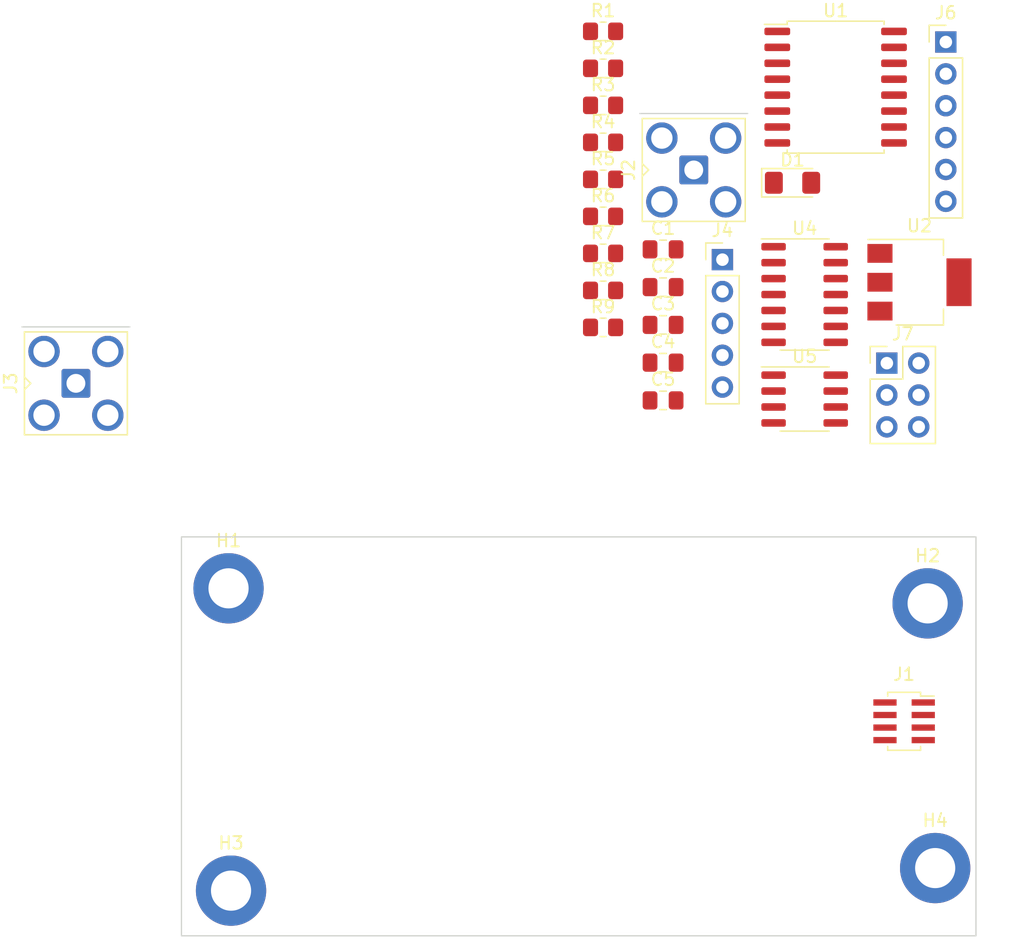
<source format=kicad_pcb>
(kicad_pcb (version 20221018) (generator pcbnew)
  (title_block (title "Sawtooth Compensator") (date "2024-02-17") (rev "0"))
  (layers (0 "F.Cu" signal) (1 "In1.Cu" signal) (2 "In2.Cu" signal) (31 "B.Cu" signal) (34 "B.Paste" user) (35 "F.Paste" user) (36 "B.SilkS" user "B.Silkscreen") (37 "F.SilkS" user "F.Silkscreen") (38 "B.Mask" user) (39 "F.Mask" user) (44 "Edge.Cuts" user))
  (net 0 "")
  (net 1 "+3.3V")
  (net 2 "GND")
  (net 3 "VBUS")
  (net 4 "/LED")
  (net 5 "/LED_R")
  (net 6 "FROM_GPS_DATA")
  (net 8 "TO_GPS_DATA")
  (net 9 "/PPS_IN")
  (net 11 "Net-(J2-In)")
  (net 12 "/AT_TXD")
  (net 13 "MOSI")
  (net 14 "SCK")
  (net 16 "SS")
  (net 17 "/AT_RXD")
  (net 18 "Net-(R5-Pad2)")
  (net 19 "Net-(J3-In)")
  (net 20 "PPS_RAW")
  (net 21 "Net-(U1-S)")
  (net 22 "Net-(U1-IN)")
  (net 31 "Net-(U1-OUT)")
  (net 32 "Net-(U4-Pad12)")
  (footprint "Resistor_SMD:R_0805_2012Metric_Pad1.20x1.40mm_HandSolder" (layer "F.Cu") (at 143.14 50.35)
    (fp_text reference "R2" (at 0 -1.65) (layer "F.SilkS"))
    (fp_text value "0")
    (fp_line (start -0.227064 -0.735) (end 0.227064 -0.735) (stroke (width 0.12)) (layer "F.SilkS"))
    (fp_line (start -0.227064 0.735) (end 0.227064 0.735) (stroke (width 0.12)) (layer "F.SilkS"))
    (pad "1" smd roundrect (at -1 0) (size 1.2 1.4) (layers "F.Cu" "F.Paste" "F.Mask") (roundrect_rratio 0.208333) (net 8 "TO_GPS_DATA"))
    (pad "2" smd roundrect (at 1 0) (size 1.2 1.4) (layers "F.Cu" "F.Paste" "F.Mask") (roundrect_rratio 0.208333) (net 17 "/AT_RXD"))
  )
  (footprint "Capacitor_SMD:C_0805_2012Metric_Pad1.18x1.45mm_HandSolder" (layer "F.Cu") (at 147.92 76.82)
    (fp_text reference "C5" (at 0 -1.68) (layer "F.SilkS"))
    (fp_text value "1u")
    (fp_line (start -0.261252 -0.735) (end 0.261252 -0.735) (stroke (width 0.12)) (layer "F.SilkS"))
    (fp_line (start -0.261252 0.735) (end 0.261252 0.735) (stroke (width 0.12)) (layer "F.SilkS"))
    (pad "1" smd roundrect (at -1.0375 0) (size 1.175 1.45) (layers "F.Cu" "F.Paste" "F.Mask") (roundrect_rratio 0.212766) (net 3 "VBUS"))
    (pad "2" smd roundrect (at 1.0375 0) (size 1.175 1.45) (layers "F.Cu" "F.Paste" "F.Mask") (roundrect_rratio 0.212766) (net 2 "GND"))
  )
  (footprint "Capacitor_SMD:C_0805_2012Metric_Pad1.18x1.45mm_HandSolder" (layer "F.Cu") (at 147.92 67.79)
    (fp_text reference "C2" (at 0 -1.68) (layer "F.SilkS"))
    (fp_text value "1u")
    (fp_line (start -0.261252 -0.735) (end 0.261252 -0.735) (stroke (width 0.12)) (layer "F.SilkS"))
    (fp_line (start -0.261252 0.735) (end 0.261252 0.735) (stroke (width 0.12)) (layer "F.SilkS"))
    (pad "1" smd roundrect (at -1.0375 0) (size 1.175 1.45) (layers "F.Cu" "F.Paste" "F.Mask") (roundrect_rratio 0.212766) (net 3 "VBUS"))
    (pad "2" smd roundrect (at 1.0375 0) (size 1.175 1.45) (layers "F.Cu" "F.Paste" "F.Mask") (roundrect_rratio 0.212766) (net 2 "GND"))
  )
  (footprint "Resistor_SMD:R_0805_2012Metric_Pad1.20x1.40mm_HandSolder" (layer "F.Cu") (at 143.14 56.25)
    (fp_text reference "R4" (at 0 -1.65) (layer "F.SilkS"))
    (fp_text value "330")
    (fp_line (start -0.227064 -0.735) (end 0.227064 -0.735) (stroke (width 0.12)) (layer "F.SilkS"))
    (fp_line (start -0.227064 0.735) (end 0.227064 0.735) (stroke (width 0.12)) (layer "F.SilkS"))
    (pad "1" smd roundrect (at -1 0) (size 1.2 1.4) (layers "F.Cu" "F.Paste" "F.Mask") (roundrect_rratio 0.208333) (net 5 "/LED_R"))
    (pad "2" smd roundrect (at 1 0) (size 1.2 1.4) (layers "F.Cu" "F.Paste" "F.Mask") (roundrect_rratio 0.208333) (net 1 "+3.3V"))
  )
  (footprint "Resistor_SMD:R_0805_2012Metric_Pad1.20x1.40mm_HandSolder" (layer "F.Cu") (at 143.14 53.3)
    (fp_text reference "R3" (at 0 -1.65) (layer "F.SilkS"))
    (fp_text value "4.7K")
    (fp_line (start -0.227064 -0.735) (end 0.227064 -0.735) (stroke (width 0.12)) (layer "F.SilkS"))
    (fp_line (start -0.227064 0.735) (end 0.227064 0.735) (stroke (width 0.12)) (layer "F.SilkS"))
    (pad "1" smd roundrect (at -1 0) (size 1.2 1.4) (layers "F.Cu" "F.Paste" "F.Mask") (roundrect_rratio 0.208333) (net 16 "SS"))
    (pad "2" smd roundrect (at 1 0) (size 1.2 1.4) (layers "F.Cu" "F.Paste" "F.Mask") (roundrect_rratio 0.208333) (net 1 "+3.3V"))
  )
  (footprint "Package_SO:SOIC-16W_7.5x10.3mm_P1.27mm" (layer "F.Cu") (at 161.67 51.85)
    (fp_text reference "U1" (at 0 -6.1) (layer "F.SilkS"))
    (fp_text value "DS1020")
    (fp_line (start -3.86 -5.26) (end -3.86 -5.005) (stroke (width 0.12)) (layer "F.SilkS"))
    (fp_line (start -3.86 -5.005) (end -5.675 -5.005) (stroke (width 0.12)) (layer "F.SilkS"))
    (fp_line (start -3.86 5.26) (end -3.86 5.005) (stroke (width 0.12)) (layer "F.SilkS"))
    (fp_line (start 0 -5.26) (end -3.86 -5.26) (stroke (width 0.12)) (layer "F.SilkS"))
    (fp_line (start 0 -5.26) (end 3.86 -5.26) (stroke (width 0.12)) (layer "F.SilkS"))
    (fp_line (start 0 5.26) (end -3.86 5.26) (stroke (width 0.12)) (layer "F.SilkS"))
    (fp_line (start 0 5.26) (end 3.86 5.26) (stroke (width 0.12)) (layer "F.SilkS"))
    (fp_line (start 3.86 -5.26) (end 3.86 -5.005) (stroke (width 0.12)) (layer "F.SilkS"))
    (fp_line (start 3.86 5.26) (end 3.86 5.005) (stroke (width 0.12)) (layer "F.SilkS"))
    (pad "1" smd roundrect (at -4.65 -4.445) (size 2.05 0.6) (layers "F.Cu" "F.Paste" "F.Mask") (net 22 "Net-(U1-IN)"))
    (pad "2" smd roundrect (at -4.65 -3.175) (size 2.05 0.6) (layers "F.Cu" "F.Paste" "F.Mask") (net 16 "SS"))
    (pad "3" smd roundrect (at -4.65 -1.905) (size 2.05 0.6) (layers "F.Cu" "F.Paste" "F.Mask"))
    (pad "4" smd roundrect (at -4.65 -0.635) (size 2.05 0.6) (layers "F.Cu" "F.Paste" "F.Mask"))
    (pad "5" smd roundrect (at -4.65 0.635) (size 2.05 0.6) (layers "F.Cu" "F.Paste" "F.Mask"))
    (pad "6" smd roundrect (at -4.65 1.905) (size 2.05 0.6) (layers "F.Cu" "F.Paste" "F.Mask"))
    (pad "7" smd roundrect (at -4.65 3.175) (size 2.05 0.6) (layers "F.Cu" "F.Paste" "F.Mask"))
    (pad "8" smd roundrect (at -4.65 4.445) (size 2.05 0.6) (layers "F.Cu" "F.Paste" "F.Mask") (net 2 "GND"))
    (pad "9" smd roundrect (at 4.65 4.445) (size 2.05 0.6) (layers "F.Cu" "F.Paste" "F.Mask") (net 13 "MOSI"))
    (pad "10" smd roundrect (at 4.65 3.175) (size 2.05 0.6) (layers "F.Cu" "F.Paste" "F.Mask"))
    (pad "11" smd roundrect (at 4.65 1.905) (size 2.05 0.6) (layers "F.Cu" "F.Paste" "F.Mask") (net 14 "SCK"))
    (pad "12" smd roundrect (at 4.65 0.635) (size 2.05 0.6) (layers "F.Cu" "F.Paste" "F.Mask"))
    (pad "13" smd roundrect (at 4.65 -0.635) (size 2.05 0.6) (layers "F.Cu" "F.Paste" "F.Mask"))
    (pad "14" smd roundrect (at 4.65 -1.905) (size 2.05 0.6) (layers "F.Cu" "F.Paste" "F.Mask") (net 21 "Net-(U1-S)"))
    (pad "15" smd roundrect (at 4.65 -3.175) (size 2.05 0.6) (layers "F.Cu" "F.Paste" "F.Mask") (net 31 "Net-(U1-OUT)"))
    (pad "16" smd roundrect (at 4.65 -4.445) (size 2.05 0.6) (layers "F.Cu" "F.Paste" "F.Mask") (net 3 "VBUS"))
  )
  (footprint "MountingHole:MountingHole_3.2mm_M3_DIN965_Pad_TopBottom" (layer "F.Cu") (at 169 93)
    (fp_text reference "H2" (at 0 -3.8) (layer "F.SilkS"))
    (fp_text value "MountingHole_Pad")
    (pad "1" thru_hole circle (at 0 0) (size 3.6 3.6) (drill 3.2) (layers "*.Cu" "*.Mask") (net 2 "GND"))
    (pad "1" connect circle (at 0 0) (size 5.6 5.6) (layers "F.Cu" "F.Mask") (net 2 "GND"))
    (pad "1" connect circle (at 0 0) (size 5.6 5.6) (layers "B.Cu" "B.Mask") (net 2 "GND"))
  )
  (footprint "Resistor_SMD:R_0805_2012Metric_Pad1.20x1.40mm_HandSolder" (layer "F.Cu") (at 143.14 47.4)
    (fp_text reference "R1" (at 0 -1.65) (layer "F.SilkS"))
    (fp_text value "0")
    (fp_line (start -0.227064 -0.735) (end 0.227064 -0.735) (stroke (width 0.12)) (layer "F.SilkS"))
    (fp_line (start -0.227064 0.735) (end 0.227064 0.735) (stroke (width 0.12)) (layer "F.SilkS"))
    (pad "1" smd roundrect (at -1 0) (size 1.2 1.4) (layers "F.Cu" "F.Paste" "F.Mask") (roundrect_rratio 0.208333) (net 17 "/AT_RXD"))
    (pad "2" smd roundrect (at 1 0) (size 1.2 1.4) (layers "F.Cu" "F.Paste" "F.Mask") (roundrect_rratio 0.208333) (net 6 "FROM_GPS_DATA"))
  )
  (footprint "Resistor_SMD:R_0805_2012Metric_Pad1.20x1.40mm_HandSolder" (layer "F.Cu") (at 143.14 59.2)
    (fp_text reference "R5" (at 0 -1.65) (layer "F.SilkS"))
    (fp_text value "0")
    (fp_line (start -0.227064 -0.735) (end 0.227064 -0.735) (stroke (width 0.12)) (layer "F.SilkS"))
    (fp_line (start -0.227064 0.735) (end 0.227064 0.735) (stroke (width 0.12)) (layer "F.SilkS"))
    (pad "1" smd roundrect (at -1 0) (size 1.2 1.4) (layers "F.Cu" "F.Paste" "F.Mask") (roundrect_rratio 0.208333) (net 11 "Net-(J2-In)"))
    (pad "2" smd roundrect (at 1 0) (size 1.2 1.4) (layers "F.Cu" "F.Paste" "F.Mask") (roundrect_rratio 0.208333) (net 18 "Net-(R5-Pad2)"))
  )
  (footprint "Package_SO:SOIC-14_3.9x8.7mm_P1.27mm" (layer "F.Cu") (at 159.2 68.38)
    (fp_text reference "U4" (at 0 -5.28) (layer "F.SilkS"))
    (fp_text value "74LVC125")
    (fp_line (start 0 -4.435) (end -3.45 -4.435) (stroke (width 0.12)) (layer "F.SilkS"))
    (fp_line (start 0 -4.435) (end 1.95 -4.435) (stroke (width 0.12)) (layer "F.SilkS"))
    (fp_line (start 0 4.435) (end -1.95 4.435) (stroke (width 0.12)) (layer "F.SilkS"))
    (fp_line (start 0 4.435) (end 1.95 4.435) (stroke (width 0.12)) (layer "F.SilkS"))
    (pad "1" smd roundrect (at -2.475 -3.81) (size 1.95 0.6) (layers "F.Cu" "F.Paste" "F.Mask") (net 2 "GND"))
    (pad "2" smd roundrect (at -2.475 -2.54) (size 1.95 0.6) (layers "F.Cu" "F.Paste" "F.Mask") (net 9 "/PPS_IN"))
    (pad "3" smd roundrect (at -2.475 -1.27) (size 1.95 0.6) (layers "F.Cu" "F.Paste" "F.Mask") (net 22 "Net-(U1-IN)"))
    (pad "4" smd roundrect (at -2.475 0) (size 1.95 0.6) (layers "F.Cu" "F.Paste" "F.Mask") (net 2 "GND"))
    (pad "5" smd roundrect (at -2.475 1.27) (size 1.95 0.6) (layers "F.Cu" "F.Paste" "F.Mask") (net 9 "/PPS_IN"))
    (pad "6" smd roundrect (at -2.475 2.54) (size 1.95 0.6) (layers "F.Cu" "F.Paste" "F.Mask") (net 32 "Net-(U4-Pad12)"))
    (pad "7" smd roundrect (at -2.475 3.81) (size 1.95 0.6) (layers "F.Cu" "F.Paste" "F.Mask") (net 2 "GND"))
    (pad "8" smd roundrect (at 2.475 3.81) (size 1.95 0.6) (layers "F.Cu" "F.Paste" "F.Mask") (net 18 "Net-(R5-Pad2)"))
    (pad "9" smd roundrect (at 2.475 2.54) (size 1.95 0.6) (layers "F.Cu" "F.Paste" "F.Mask") (net 31 "Net-(U1-OUT)"))
    (pad "10" smd roundrect (at 2.475 1.27) (size 1.95 0.6) (layers "F.Cu" "F.Paste" "F.Mask") (net 2 "GND"))
    (pad "11" smd roundrect (at 2.475 0) (size 1.95 0.6) (layers "F.Cu" "F.Paste" "F.Mask") (net 20 "PPS_RAW"))
    (pad "12" smd roundrect (at 2.475 -1.27) (size 1.95 0.6) (layers "F.Cu" "F.Paste" "F.Mask") (net 32 "Net-(U4-Pad12)"))
    (pad "13" smd roundrect (at 2.475 -2.54) (size 1.95 0.6) (layers "F.Cu" "F.Paste" "F.Mask") (net 2 "GND"))
    (pad "14" smd roundrect (at 2.475 -3.81) (size 1.95 0.6) (layers "F.Cu" "F.Paste" "F.Mask") (net 1 "+3.3V"))
  )
  (footprint "Connector_PinHeader_2.54mm:PinHeader_2x03_P2.54mm_Vertical" (layer "F.Cu") (at 165.75 73.85)
    (fp_text reference "J7" (at 1.27 -2.33) (layer "F.SilkS"))
    (fp_text value "AVR-TPI-6")
    (fp_line (start -1.33 -1.33) (end 0 -1.33) (stroke (width 0.12)) (layer "F.SilkS"))
    (fp_line (start -1.33 0) (end -1.33 -1.33) (stroke (width 0.12)) (layer "F.SilkS"))
    (fp_line (start -1.33 1.27) (end -1.33 6.41) (stroke (width 0.12)) (layer "F.SilkS"))
    (fp_line (start -1.33 1.27) (end 1.27 1.27) (stroke (width 0.12)) (layer "F.SilkS"))
    (fp_line (start -1.33 6.41) (end 3.87 6.41) (stroke (width 0.12)) (layer "F.SilkS"))
    (fp_line (start 1.27 -1.33) (end 3.87 -1.33) (stroke (width 0.12)) (layer "F.SilkS"))
    (fp_line (start 1.27 1.27) (end 1.27 -1.33) (stroke (width 0.12)) (layer "F.SilkS"))
    (fp_line (start 3.87 -1.33) (end 3.87 6.41) (stroke (width 0.12)) (layer "F.SilkS"))
    (pad "1" thru_hole rect (at 0 0) (size 1.7 1.7) (drill 1) (layers "*.Cu" "*.Mask") (net 13 "MOSI"))
    (pad "2" thru_hole oval (at 2.54 0) (size 1.7 1.7) (drill 1) (layers "*.Cu" "*.Mask") (net 3 "VBUS"))
    (pad "3" thru_hole oval (at 0 2.54) (size 1.7 1.7) (drill 1) (layers "*.Cu" "*.Mask") (net 14 "SCK"))
    (pad "4" thru_hole oval (at 2.54 2.54) (size 1.7 1.7) (drill 1) (layers "*.Cu" "*.Mask"))
    (pad "5" thru_hole oval (at 0 5.08) (size 1.7 1.7) (drill 1) (layers "*.Cu" "*.Mask") (net 16 "SS"))
    (pad "6" thru_hole oval (at 2.54 5.08) (size 1.7 1.7) (drill 1) (layers "*.Cu" "*.Mask") (net 2 "GND"))
  )
  (footprint "Resistor_SMD:R_0805_2012Metric_Pad1.20x1.40mm_HandSolder" (layer "F.Cu") (at 143.14 62.15)
    (fp_text reference "R6" (at 0 -1.65) (layer "F.SilkS"))
    (fp_text value "0")
    (fp_line (start -0.227064 -0.735) (end 0.227064 -0.735) (stroke (width 0.12)) (layer "F.SilkS"))
    (fp_line (start -0.227064 0.735) (end 0.227064 0.735) (stroke (width 0.12)) (layer "F.SilkS"))
    (pad "1" smd roundrect (at -1 0) (size 1.2 1.4) (layers "F.Cu" "F.Paste" "F.Mask") (roundrect_rratio 0.208333) (net 19 "Net-(J3-In)"))
    (pad "2" smd roundrect (at 1 0) (size 1.2 1.4) (layers "F.Cu" "F.Paste" "F.Mask") (roundrect_rratio 0.208333) (net 20 "PPS_RAW"))
  )
  (footprint "Resistor_SMD:R_0805_2012Metric_Pad1.20x1.40mm_HandSolder" (layer "F.Cu") (at 143.14 65.1)
    (fp_text reference "R7" (at 0 -1.65) (layer "F.SilkS"))
    (fp_text value "1K")
    (fp_line (start -0.227064 -0.735) (end 0.227064 -0.735) (stroke (width 0.12)) (layer "F.SilkS"))
    (fp_line (start -0.227064 0.735) (end 0.227064 0.735) (stroke (width 0.12)) (layer "F.SilkS"))
    (pad "1" smd roundrect (at -1 0) (size 1.2 1.4) (layers "F.Cu" "F.Paste" "F.Mask") (roundrect_rratio 0.208333) (net 2 "GND"))
    (pad "2" smd roundrect (at 1 0) (size 1.2 1.4) (layers "F.Cu" "F.Paste" "F.Mask") (roundrect_rratio 0.208333) (net 21 "Net-(U1-S)"))
  )
  (footprint "Resistor_SMD:R_0805_2012Metric_Pad1.20x1.40mm_HandSolder" (layer "F.Cu") (at 143.14 71)
    (fp_text reference "R9" (at 0 -1.65) (layer "F.SilkS"))
    (fp_text value "0")
    (fp_line (start -0.227064 -0.735) (end 0.227064 -0.735) (stroke (width 0.12)) (layer "F.SilkS"))
    (fp_line (start -0.227064 0.735) (end 0.227064 0.735) (stroke (width 0.12)) (layer "F.SilkS"))
    (pad "1" smd roundrect (at -1 0) (size 1.2 1.4) (layers "F.Cu" "F.Paste" "F.Mask") (roundrect_rratio 0.208333) (net 6 "FROM_GPS_DATA"))
    (pad "2" smd roundrect (at 1 0) (size 1.2 1.4) (layers "F.Cu" "F.Paste" "F.Mask") (roundrect_rratio 0.208333) (net 12 "/AT_TXD"))
  )
  (footprint "Connector_PinSocket_1.00mm:PinSocket_2x04_P1.00mm_Vertical_SMD" (layer "F.Cu") (at 167.125 102.4)
    (fp_text reference "J1" (at 0 -3.75) (layer "F.SilkS"))
    (fp_text value "Conn_02x04_Odd_Even")
    (fp_line (start -1.31 -2.31) (end -1.31 -2.01) (stroke (width 0.12)) (layer "F.SilkS"))
    (fp_line (start -1.31 -2.31) (end 1.31 -2.31) (stroke (width 0.12)) (layer "F.SilkS"))
    (fp_line (start -1.31 2.01) (end -1.31 2.31) (stroke (width 0.12)) (layer "F.SilkS"))
    (fp_line (start -1.31 2.31) (end 1.31 2.31) (stroke (width 0.12)) (layer "F.SilkS"))
    (fp_line (start 1.31 -2.31) (end 1.31 -2.01) (stroke (width 0.12)) (layer "F.SilkS"))
    (fp_line (start 1.31 -2.01) (end 2.39 -2.01) (stroke (width 0.12)) (layer "F.SilkS"))
    (fp_line (start 1.31 2.01) (end 1.31 2.31) (stroke (width 0.12)) (layer "F.SilkS"))
    (pad "1" smd rect (at 1.525 -1.5) (size 1.85 0.5) (layers "F.Cu" "F.Paste" "F.Mask") (net 1 "+3.3V"))
    (pad "2" smd rect (at -1.525 -1.5) (size 1.85 0.5) (layers "F.Cu" "F.Paste" "F.Mask") (net 1 "+3.3V"))
    (pad "3" smd rect (at 1.525 -0.5) (size 1.85 0.5) (layers "F.Cu" "F.Paste" "F.Mask") (net 6 "FROM_GPS_DATA"))
    (pad "4" smd rect (at -1.525 -0.5) (size 1.85 0.5) (layers "F.Cu" "F.Paste" "F.Mask"))
    (pad "5" smd rect (at 1.525 0.5) (size 1.85 0.5) (layers "F.Cu" "F.Paste" "F.Mask") (net 8 "TO_GPS_DATA"))
    (pad "6" smd rect (at -1.525 0.5) (size 1.85 0.5) (layers "F.Cu" "F.Paste" "F.Mask") (net 9 "/PPS_IN"))
    (pad "7" smd rect (at 1.525 1.5) (size 1.85 0.5) (layers "F.Cu" "F.Paste" "F.Mask"))
    (pad "8" smd rect (at -1.525 1.5) (size 1.85 0.5) (layers "F.Cu" "F.Paste" "F.Mask") (net 2 "GND"))
  )
  (footprint "Package_SO:SOIC-8_3.9x4.9mm_P1.27mm" (layer "F.Cu") (at 159.2 76.71)
    (fp_text reference "U5" (at 0 -3.4) (layer "F.SilkS"))
    (fp_text value "ATtiny102-SS")
    (fp_line (start 0 -2.56) (end -3.45 -2.56) (stroke (width 0.12)) (layer "F.SilkS"))
    (fp_line (start 0 -2.56) (end 1.95 -2.56) (stroke (width 0.12)) (layer "F.SilkS"))
    (fp_line (start 0 2.56) (end -1.95 2.56) (stroke (width 0.12)) (layer "F.SilkS"))
    (fp_line (start 0 2.56) (end 1.95 2.56) (stroke (width 0.12)) (layer "F.SilkS"))
    (pad "1" smd roundrect (at -2.475 -1.905) (size 1.95 0.6) (layers "F.Cu" "F.Paste" "F.Mask") (net 1 "+3.3V"))
    (pad "2" smd roundrect (at -2.475 -0.635) (size 1.95 0.6) (layers "F.Cu" "F.Paste" "F.Mask") (net 14 "SCK"))
    (pad "3" smd roundrect (at -2.475 0.635) (size 1.95 0.6) (layers "F.Cu" "F.Paste" "F.Mask") (net 13 "MOSI"))
    (pad "4" smd roundrect (at -2.475 1.905) (size 1.95 0.6) (layers "F.Cu" "F.Paste" "F.Mask") (net 16 "SS"))
    (pad "5" smd roundrect (at 2.475 1.905) (size 1.95 0.6) (layers "F.Cu" "F.Paste" "F.Mask") (net 4 "/LED"))
    (pad "6" smd roundrect (at 2.475 0.635) (size 1.95 0.6) (layers "F.Cu" "F.Paste" "F.Mask") (net 12 "/AT_TXD"))
    (pad "7" smd roundrect (at 2.475 -0.635) (size 1.95 0.6) (layers "F.Cu" "F.Paste" "F.Mask") (net 17 "/AT_RXD"))
    (pad "8" smd roundrect (at 2.475 -1.905) (size 1.95 0.6) (layers "F.Cu" "F.Paste" "F.Mask") (net 2 "GND"))
  )
  (footprint "Capacitor_SMD:C_0805_2012Metric_Pad1.18x1.45mm_HandSolder" (layer "F.Cu") (at 147.92 73.81)
    (fp_text reference "C4" (at 0 -1.68) (layer "F.SilkS"))
    (fp_text value "1u")
    (fp_line (start -0.261252 -0.735) (end 0.261252 -0.735) (stroke (width 0.12)) (layer "F.SilkS"))
    (fp_line (start -0.261252 0.735) (end 0.261252 0.735) (stroke (width 0.12)) (layer "F.SilkS"))
    (pad "1" smd roundrect (at -1.0375 0) (size 1.175 1.45) (layers "F.Cu" "F.Paste" "F.Mask") (roundrect_rratio 0.212766) (net 1 "+3.3V"))
    (pad "2" smd roundrect (at 1.0375 0) (size 1.175 1.45) (layers "F.Cu" "F.Paste" "F.Mask") (roundrect_rratio 0.212766) (net 2 "GND"))
  )
  (footprint "MountingHole:MountingHole_3.2mm_M3_DIN965_Pad_TopBottom" (layer "F.Cu") (at 113.3 91.8)
    (fp_text reference "H1" (at 0 -3.8) (layer "F.SilkS"))
    (fp_text value "MountingHole_Pad")
    (pad "1" thru_hole circle (at 0 0) (size 3.6 3.6) (drill 3.2) (layers "*.Cu" "*.Mask") (net 2 "GND"))
    (pad "1" connect circle (at 0 0) (size 5.6 5.6) (layers "F.Cu" "F.Mask") (net 2 "GND"))
    (pad "1" connect circle (at 0 0) (size 5.6 5.6) (layers "B.Cu" "B.Mask") (net 2 "GND"))
  )
  (footprint "Resistor_SMD:R_0805_2012Metric_Pad1.20x1.40mm_HandSolder" (layer "F.Cu") (at 143.14 68.05)
    (fp_text reference "R8" (at 0 -1.65) (layer "F.SilkS"))
    (fp_text value "0")
    (fp_line (start -0.227064 -0.735) (end 0.227064 -0.735) (stroke (width 0.12)) (layer "F.SilkS"))
    (fp_line (start -0.227064 0.735) (end 0.227064 0.735) (stroke (width 0.12)) (layer "F.SilkS"))
    (pad "1" smd roundrect (at -1 0) (size 1.2 1.4) (layers "F.Cu" "F.Paste" "F.Mask") (roundrect_rratio 0.208333) (net 12 "/AT_TXD"))
    (pad "2" smd roundrect (at 1 0) (size 1.2 1.4) (layers "F.Cu" "F.Paste" "F.Mask") (roundrect_rratio 0.208333) (net 8 "TO_GPS_DATA"))
  )
  (footprint "MountingHole:MountingHole_3.2mm_M3_DIN965_Pad_TopBottom" (layer "F.Cu") (at 113.5 115.9)
    (fp_text reference "H3" (at 0 -3.8) (layer "F.SilkS"))
    (fp_text value "MountingHole_Pad")
    (pad "1" thru_hole circle (at 0 0) (size 3.6 3.6) (drill 3.2) (layers "*.Cu" "*.Mask") (net 2 "GND"))
    (pad "1" connect circle (at 0 0) (size 5.6 5.6) (layers "F.Cu" "F.Mask") (net 2 "GND"))
    (pad "1" connect circle (at 0 0) (size 5.6 5.6) (layers "B.Cu" "B.Mask") (net 2 "GND"))
  )
  (footprint "MountingHole:MountingHole_3.2mm_M3_DIN965_Pad_TopBottom" (layer "F.Cu") (at 169.6 114.1)
    (fp_text reference "H4" (at 0 -3.8) (layer "F.SilkS"))
    (fp_text value "MountingHole_Pad")
    (pad "1" thru_hole circle (at 0 0) (size 3.6 3.6) (drill 3.2) (layers "*.Cu" "*.Mask") (net 2 "GND"))
    (pad "1" connect circle (at 0 0) (size 5.6 5.6) (layers "F.Cu" "F.Mask") (net 2 "GND"))
    (pad "1" connect circle (at 0 0) (size 5.6 5.6) (layers "B.Cu" "B.Mask") (net 2 "GND"))
  )
  (footprint "Package_TO_SOT_SMD:SOT-223" (layer "F.Cu") (at 168.35 67.4)
    (fp_text reference "U2" (at 0 -4.5) (layer "F.SilkS"))
    (fp_text value "TLV1117-33")
    (fp_line (start -4.1 -3.41) (end 1.91 -3.41) (stroke (width 0.12)) (layer "F.SilkS"))
    (fp_line (start -1.85 3.41) (end 1.91 3.41) (stroke (width 0.12)) (layer "F.SilkS"))
    (fp_line (start 1.91 -3.41) (end 1.91 -2.15) (stroke (width 0.12)) (layer "F.SilkS"))
    (fp_line (start 1.91 3.41) (end 1.91 2.15) (stroke (width 0.12)) (layer "F.SilkS"))
    (pad "1" smd rect (at -3.15 -2.3) (size 2 1.5) (layers "F.Cu" "F.Paste" "F.Mask") (net 2 "GND"))
    (pad "2" smd rect (at -3.15 0) (size 2 1.5) (layers "F.Cu" "F.Paste" "F.Mask") (net 1 "+3.3V"))
    (pad "3" smd rect (at -3.15 2.3) (size 2 1.5) (layers "F.Cu" "F.Paste" "F.Mask") (net 3 "VBUS"))
    (pad "4" smd rect (at 3.15 0) (size 2 3.8) (layers "F.Cu" "F.Paste" "F.Mask"))
  )
  (footprint "Capacitor_SMD:C_0805_2012Metric_Pad1.18x1.45mm_HandSolder" (layer "F.Cu") (at 147.92 70.8)
    (fp_text reference "C3" (at 0 -1.68) (layer "F.SilkS"))
    (fp_text value "1u")
    (fp_line (start -0.261252 -0.735) (end 0.261252 -0.735) (stroke (width 0.12)) (layer "F.SilkS"))
    (fp_line (start -0.261252 0.735) (end 0.261252 0.735) (stroke (width 0.12)) (layer "F.SilkS"))
    (pad "1" smd roundrect (at -1.0375 0) (size 1.175 1.45) (layers "F.Cu" "F.Paste" "F.Mask") (roundrect_rratio 0.212766) (net 1 "+3.3V"))
    (pad "2" smd roundrect (at 1.0375 0) (size 1.175 1.45) (layers "F.Cu" "F.Paste" "F.Mask") (roundrect_rratio 0.212766) (net 2 "GND"))
  )
  (footprint "Connector_PinHeader_2.54mm:PinHeader_1x05_P2.54mm_Vertical" (layer "F.Cu") (at 152.65 65.6)
    (fp_text reference "J4" (at 0 -2.33) (layer "F.SilkS"))
    (fp_text value "Conn_01x05_Pin")
    (fp_line (start -1.33 -1.33) (end 0 -1.33) (stroke (width 0.12)) (layer "F.SilkS"))
    (fp_line (start -1.33 0) (end -1.33 -1.33) (stroke (width 0.12)) (layer "F.SilkS"))
    (fp_line (start -1.33 1.27) (end -1.33 11.49) (stroke (width 0.12)) (layer "F.SilkS"))
    (fp_line (start -1.33 1.27) (end 1.33 1.27) (stroke (width 0.12)) (layer "F.SilkS"))
    (fp_line (start -1.33 11.49) (end 1.33 11.49) (stroke (width 0.12)) (layer "F.SilkS"))
    (fp_line (start 1.33 1.27) (end 1.33 11.49) (stroke (width 0.12)) (layer "F.SilkS"))
    (pad "1" thru_hole rect (at 0 0) (size 1.7 1.7) (drill 1) (layers "*.Cu" "*.Mask") (net 3 "VBUS"))
    (pad "2" thru_hole oval (at 0 2.54) (size 1.7 1.7) (drill 1) (layers "*.Cu" "*.Mask") (net 8 "TO_GPS_DATA"))
    (pad "3" thru_hole oval (at 0 5.08) (size 1.7 1.7) (drill 1) (layers "*.Cu" "*.Mask") (net 6 "FROM_GPS_DATA"))
    (pad "4" thru_hole oval (at 0 7.62) (size 1.7 1.7) (drill 1) (layers "*.Cu" "*.Mask") (net 12 "/AT_TXD"))
    (pad "5" thru_hole oval (at 0 10.16) (size 1.7 1.7) (drill 1) (layers "*.Cu" "*.Mask") (net 2 "GND"))
  )
  (footprint "Connector_Coaxial:SMA_Amphenol_901-143_Horizontal" (layer "F.Cu") (at 101.14 75.46)
    (fp_text reference "J3" (at -5.2 0 90) (layer "F.SilkS"))
    (fp_text value "Conn_Coaxial")
    (fp_line (start -4.1 -4.1) (end -4.1 4.1) (stroke (width 0.12)) (layer "F.SilkS"))
    (fp_line (start -4.1 -4.1) (end 4.1 -4.1) (stroke (width 0.12)) (layer "F.SilkS"))
    (fp_line (start -4.1 0.5) (end -3.6 0) (stroke (width 0.12)) (layer "F.SilkS"))
    (fp_line (start -4.1 4.1) (end 4.1 4.1) (stroke (width 0.12)) (layer "F.SilkS"))
    (fp_line (start -3.6 0) (end -4.1 -0.5) (stroke (width 0.12)) (layer "F.SilkS"))
    (fp_line (start 4.1 -4.1) (end 4.1 4.1) (stroke (width 0.12)) (layer "F.SilkS"))
    (fp_line (start 4.3 -4.5) (end -4.3 -4.5) (stroke (width 0.1)) (layer "Edge.Cuts"))
    (pad "1" thru_hole roundrect (at 0 0) (size 2.3 2.3) (drill 1.5) (layers "*.Cu" "*.Mask") (roundrect_rratio 0.087) (net 19 "Net-(J3-In)"))
    (pad "2" thru_hole circle (at -2.54 -2.54) (size 2.5 2.5) (drill 1.7) (layers "*.Cu" "*.Mask") (net 2 "GND"))
    (pad "2" thru_hole circle (at -2.54 2.54) (size 2.5 2.5) (drill 1.7) (layers "*.Cu" "*.Mask") (net 2 "GND"))
    (pad "2" thru_hole circle (at 2.54 -2.54) (size 2.5 2.5) (drill 1.7) (layers "*.Cu" "*.Mask") (net 2 "GND"))
    (pad "2" thru_hole circle (at 2.54 2.54) (size 2.5 2.5) (drill 1.7) (layers "*.Cu" "*.Mask") (net 2 "GND"))
  )
  (footprint "Connector_Coaxial:SMA_Amphenol_901-143_Horizontal" (layer "F.Cu") (at 150.365 58.45)
    (fp_text reference "J2" (at -5.2 0 90) (layer "F.SilkS"))
    (fp_text value "Conn_Coaxial")
    (fp_line (start -4.1 -4.1) (end -4.1 4.1) (stroke (width 0.12)) (layer "F.SilkS"))
    (fp_line (start -4.1 -4.1) (end 4.1 -4.1) (stroke (width 0.12)) (layer "F.SilkS"))
    (fp_line (start -4.1 0.5) (end -3.6 0) (stroke (width 0.12)) (layer "F.SilkS"))
    (fp_line (start -4.1 4.1) (end 4.1 4.1) (stroke (width 0.12)) (layer "F.SilkS"))
    (fp_line (start -3.6 0) (end -4.1 -0.5) (stroke (width 0.12)) (layer "F.SilkS"))
    (fp_line (start 4.1 -4.1) (end 4.1 4.1) (stroke (width 0.12)) (layer "F.SilkS"))
    (fp_line (start 4.3 -4.5) (end -4.3 -4.5) (stroke (width 0.1)) (layer "Edge.Cuts"))
    (pad "1" thru_hole roundrect (at 0 0) (size 2.3 2.3) (drill 1.5) (layers "*.Cu" "*.Mask") (roundrect_rratio 0.087) (net 11 "Net-(J2-In)"))
    (pad "2" thru_hole circle (at -2.54 -2.54) (size 2.5 2.5) (drill 1.7) (layers "*.Cu" "*.Mask") (net 2 "GND"))
    (pad "2" thru_hole circle (at -2.54 2.54) (size 2.5 2.5) (drill 1.7) (layers "*.Cu" "*.Mask") (net 2 "GND"))
    (pad "2" thru_hole circle (at 2.54 -2.54) (size 2.5 2.5) (drill 1.7) (layers "*.Cu" "*.Mask") (net 2 "GND"))
    (pad "2" thru_hole circle (at 2.54 2.54) (size 2.5 2.5) (drill 1.7) (layers "*.Cu" "*.Mask") (net 2 "GND"))
  )
  (footprint "LED_SMD:LED_1206_3216Metric_Pad1.42x1.75mm_HandSolder" (layer "F.Cu") (at 158.235 59.47)
    (fp_text reference "D1" (at 0 -1.82) (layer "F.SilkS"))
    (fp_text value "LED")
    (fp_line (start -2.46 -1.135) (end -2.46 1.135) (stroke (width 0.12)) (layer "F.SilkS"))
    (fp_line (start -2.46 1.135) (end 1.6 1.135) (stroke (width 0.12)) (layer "F.SilkS"))
    (fp_line (start 1.6 -1.135) (end -2.46 -1.135) (stroke (width 0.12)) (layer "F.SilkS"))
    (pad "1" smd roundrect (at -1.4875 0) (size 1.425 1.75) (layers "F.Cu" "F.Paste" "F.Mask") (roundrect_rratio 0.175439) (net 4 "/LED"))
    (pad "2" smd roundrect (at 1.4875 0) (size 1.425 1.75) (layers "F.Cu" "F.Paste" "F.Mask") (roundrect_rratio 0.175439) (net 5 "/LED_R"))
  )
  (footprint "Capacitor_SMD:C_0805_2012Metric_Pad1.18x1.45mm_HandSolder" (layer "F.Cu") (at 147.92 64.78)
    (fp_text reference "C1" (at 0 -1.68) (layer "F.SilkS"))
    (fp_text value "1u")
    (fp_line (start -0.261252 -0.735) (end 0.261252 -0.735) (stroke (width 0.12)) (layer "F.SilkS"))
    (fp_line (start -0.261252 0.735) (end 0.261252 0.735) (stroke (width 0.12)) (layer "F.SilkS"))
    (pad "1" smd roundrect (at -1.0375 0) (size 1.175 1.45) (layers "F.Cu" "F.Paste" "F.Mask") (roundrect_rratio 0.212766) (net 1 "+3.3V"))
    (pad "2" smd roundrect (at 1.0375 0) (size 1.175 1.45) (layers "F.Cu" "F.Paste" "F.Mask") (roundrect_rratio 0.212766) (net 2 "GND"))
  )
  (footprint "Connector_PinHeader_2.54mm:PinHeader_1x06_P2.54mm_Vertical" (layer "F.Cu") (at 170.45 48.25)
    (fp_text reference "J6" (at 0 -2.33) (layer "F.SilkS"))
    (fp_text value "Conn_01x06_Pin")
    (fp_line (start -1.33 -1.33) (end 0 -1.33) (stroke (width 0.12)) (layer "F.SilkS"))
    (fp_line (start -1.33 0) (end -1.33 -1.33) (stroke (width 0.12)) (layer "F.SilkS"))
    (fp_line (start -1.33 1.27) (end -1.33 14.03) (stroke (width 0.12)) (layer "F.SilkS"))
    (fp_line (start -1.33 1.27) (end 1.33 1.27) (stroke (width 0.12)) (layer "F.SilkS"))
    (fp_line (start -1.33 14.03) (end 1.33 14.03) (stroke (width 0.12)) (layer "F.SilkS"))
    (fp_line (start 1.33 1.27) (end 1.33 14.03) (stroke (width 0.12)) (layer "F.SilkS"))
    (pad "1" thru_hole rect (at 0 0) (size 1.7 1.7) (drill 1) (layers "*.Cu" "*.Mask") (net 1 "+3.3V"))
    (pad "2" thru_hole oval (at 0 2.54) (size 1.7 1.7) (drill 1) (layers "*.Cu" "*.Mask") (net 6 "FROM_GPS_DATA"))
    (pad "3" thru_hole oval (at 0 5.08) (size 1.7 1.7) (drill 1) (layers "*.Cu" "*.Mask") (net 8 "TO_GPS_DATA"))
    (pad "4" thru_hole oval (at 0 7.62) (size 1.7 1.7) (drill 1) (layers "*.Cu" "*.Mask") (net 2 "GND"))
    (pad "5" thru_hole oval (at 0 10.16) (size 1.7 1.7) (drill 1) (layers "*.Cu" "*.Mask") (net 9 "/PPS_IN"))
    (pad "6" thru_hole oval (at 0 12.7) (size 1.7 1.7) (drill 1) (layers "*.Cu" "*.Mask") (net 2 "GND"))
  )
  (gr_rect (start 109.55 87.7) (end 172.85 119.5) (stroke (width 0.1)) (fill none) (layer "Edge.Cuts"))
)
</source>
